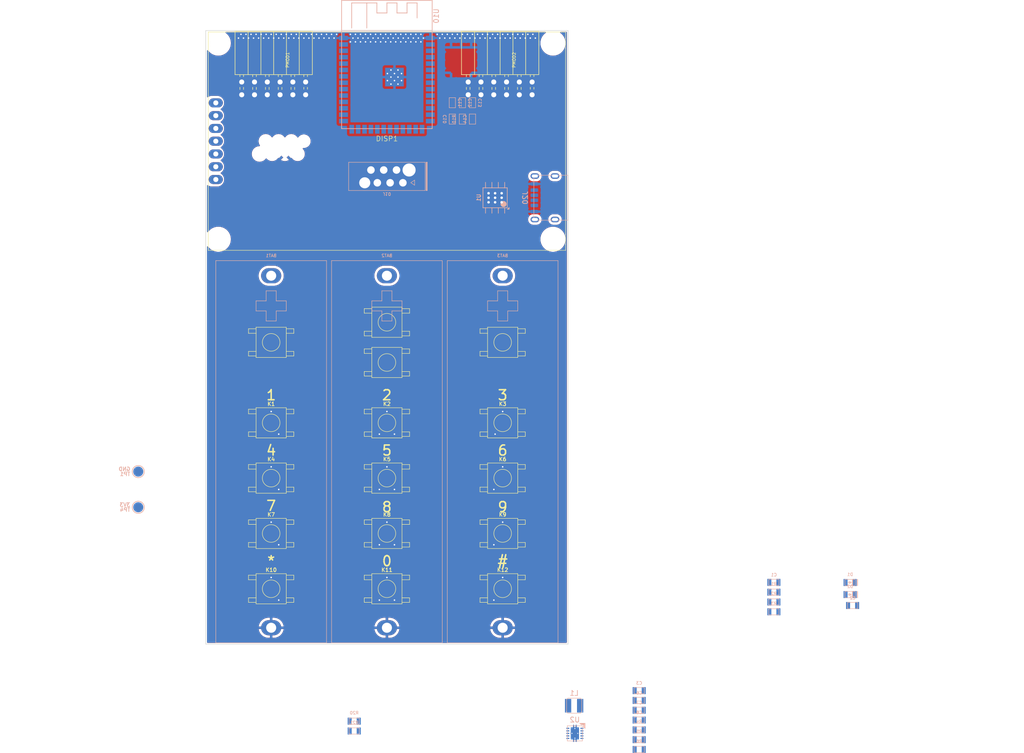
<source format=kicad_pcb>
(kicad_pcb (version 20240108) (generator "pcbnew") (generator_version "8.0")
  (title_block (title "Nostalgia") (date "250115") (rev "V01"))
  (layers (0 "F.Cu" signal) (31 "B.Cu" signal) (34 "B.Paste" user) (35 "F.Paste" user) (36 "B.SilkS" user "B.Silkscreen") (37 "F.SilkS" user "F.Silkscreen") (38 "B.Mask" user) (39 "F.Mask" user) (44 "Edge.Cuts" user))
  (net 0 "")
  (net 1 "GND")
  (net 2 "3V3")
  (net 3 "/Boot")
  (net 4 "VUSB")
  (net 11 "/Reset")
  (net 12 "/Debug-Tx")
  (net 16 "/Debug-Rx")
  (net 38 "Net-(J20-CC2)")
  (net 39 "Net-(J20-CC1)")
  (net 43 "VBAT")
  (net 44 "/Row0")
  (net 45 "/Col0")
  (net 46 "/Col1")
  (net 47 "/Col2")
  (net 48 "/Row1")
  (net 49 "/Row2")
  (net 50 "/Row3")
  (net 58 "/ButtonLeft")
  (net 59 "/ButtonUp")
  (net 60 "/ButtonDown")
  (net 61 "Net-(U1-PROG)")
  (net 62 "Net-(D1-K)")
  (net 63 "Net-(D2-K)")
  (net 64 "Net-(U1-~{STDBY})")
  (net 65 "Net-(U1-~{CHRG})")
  (net 66 "/ButtonRigth")
  (net 67 "Net-(U2-EN)")
  (net 68 "Net-(U2-L2)")
  (net 69 "Net-(U2-L1)")
  (net 70 "Net-(U2-FB)")
  (footprint "_custom:PMOD" (layer "F.Cu") (at 13.5 -110.5 -90)
    (property "Reference" "PMOD1")
    (property "Value" "Conn_02x06_Top_Bottom")
  )
  (footprint "_custom:TACT_6x6_SMD" (layer "F.Cu") (at 36 -11)
    (property "Reference" "K11")
    (property "Value" "TACT_6x6_SMD")
  )
  (footprint "_custom:Extronic-mask-20mm-bez-www" (layer "F.Cu") (at -31 -54)
    (property "Reference" "LOGO1" (hide yes))
    (property "Value" "Extronic" (hide yes))
  )
  (footprint "_custom:TACT_6x6_SMD" (layer "F.Cu") (at 59 -33)
    (property "Reference" "K6")
    (property "Value" "TACT_6x6_SMD")
  )
  (footprint "_custom:TACT_6x6_SMD" (layer "F.Cu") (at 36 -22)
    (property "Reference" "K8")
    (property "Value" "TACT_6x6_SMD")
  )
  (footprint "_custom:TACT_6x6_SMD" (layer "F.Cu") (at 36 -64 180)
    (property "Reference" "K14" (hide yes))
    (property "Value" "TACT_6x6_SMD")
  )
  (footprint "_custom:TACT_6x6_SMD" (layer "F.Cu") (at 13 -11)
    (property "Reference" "K10")
    (property "Value" "TACT_6x6_SMD")
  )
  (footprint "_custom:PMOD" (layer "F.Cu") (at 58.5 -110.5 -90)
    (property "Reference" "PMOD2")
    (property "Value" "Conn_02x06_Top_Bottom")
  )
  (footprint "_custom:TACT_6x6_SMD" (layer "F.Cu") (at 36 -33)
    (property "Reference" "K5")
    (property "Value" "TACT_6x6_SMD")
  )
  (footprint "_custom:TACT_6x6_SMD" (layer "F.Cu") (at 13 -22)
    (property "Reference" "K7")
    (property "Value" "TACT_6x6_SMD")
  )
  (footprint "_custom:TACT_6x6_SMD" (layer "F.Cu") (at 59 -60 180)
    (property "Reference" "K16" (hide yes))
    (property "Value" "TACT_6x6_SMD")
  )
  (footprint "_custom:TACT_6x6_SMD" (layer "F.Cu") (at 36 -56 180)
    (property "Reference" "K15" (hide yes))
    (property "Value" "TACT_6x6_SMD")
  )
  (footprint "_custom:TACT_6x6_SMD" (layer "F.Cu") (at 13 -33)
    (property "Reference" "K4")
    (property "Value" "TACT_6x6_SMD")
  )
  (footprint "_custom:OLED_2.42inch_board_3" (layer "F.Cu") (at 36 -100)
    (property "Reference" "DISP1")
    (property "Value" "OLED")
  )
  (footprint "_custom:TACT_6x6_SMD" (layer "F.Cu") (at 13 -44)
    (property "Reference" "K1")
    (property "Value" "TACT_6x6_SMD")
  )
  (footprint "_custom:TACT_6x6_SMD" (layer "F.Cu") (at 59 -44)
    (property "Reference" "K3")
    (property "Value" "TACT_6x6_SMD")
  )
  (footprint "_custom:TACT_6x6_SMD" (layer "F.Cu") (at 36 -44)
    (property "Reference" "K2")
    (property "Value" "TACT_6x6_SMD")
  )
  (footprint "_custom:TACT_6x6_SMD" (layer "F.Cu") (at 59 -22)
    (property "Reference" "K9")
    (property "Value" "TACT_6x6_SMD")
  )
  (footprint "_custom:TACT_6x6_SMD" (layer "F.Cu") (at 59 -11)
    (property "Reference" "K12")
    (property "Value" "TACT_6x6_SMD")
  )
  (footprint "_custom:TACT_6x6_SMD" (layer "F.Cu") (at 13 -60 180)
    (property "Reference" "K13" (hide yes))
    (property "Value" "TACT_6x6_SMD")
  )
  (footprint "_custom:Bat_BH-18650-A1AJ005" (layer "B.Cu") (at 36 -38.25 90)
    (property "Reference" "BAT2")
    (property "Value" "18650")
  )
  (footprint "_custom:Testpoint_2.00mm" (layer "B.Cu") (at -13.40912 -34.306515 180)
    (property "Reference" "TP1")
    (property "Value" "GND")
  )
  (footprint "_custom:C_0805" (layer "B.Cu") (at 86.13 11.2 180)
    (property "Reference" "C6")
    (property "Value" "10u")
  )
  (footprint "_custom:R_0805" (layer "B.Cu") (at 112.891666 -6.425 180)
    (property "Reference" "R3")
    (property "Value" "1k2")
  )
  (footprint "_custom:R_0805" (layer "B.Cu") (at 86.13 19 180)
    (property "Reference" "R5")
    (property "Value" "180k")
  )
  (footprint "_custom:C_0805" (layer "B.Cu") (at 49 -107.65 90)
    (property "Reference" "C11")
    (property "Value" "100n")
  )
  (footprint "_custom:R_0805" (layer "B.Cu") (at 112.891666 -10.325 180)
    (property "Reference" "R1")
    (property "Value" "1k")
  )
  (footprint "_custom:C_0805" (layer "B.Cu") (at 86.13 13.15 180)
    (property "Reference" "C7")
    (property "Value" "100n")
  )
  (footprint "_custom:DJNR3015" (layer "B.Cu") (at 73.2 12.25 180)
    (property "Reference" "L1")
    (property "Value" "2.2uH")
  )
  (footprint "_custom:R_0805" (layer "B.Cu") (at 51 -104.4 -90)
    (property "Reference" "R10")
    (property "Value" "10k")
  )
  (footprint "_custom:C_0805" (layer "B.Cu") (at 128.536666 -7.675 180)
    (property "Reference" "C2")
    (property "Value" "10u")
  )
  (footprint "_custom:Texas_DRC0010J_ThermalVias" (layer "B.Cu") (at 73.35 17.75 180)
    (property "Reference" "U2")
    (property "Value" "TPS63000")
  )
  (footprint "_custom:USB-C6" (layer "B.Cu") (at 72 -88.75 -90)
    (property "Reference" "J20")
    (property "Value" "USB-C6")
  )
  (footprint "_custom:LED_0805" (layer "B.Cu") (at 128.036666 -9.85 180)
    (property "Reference" "D2")
    (property "Value" "LED")
  )
  (footprint "_custom:C_0805" (layer "B.Cu") (at 53 -107.65 90)
    (property "Reference" "C13")
    (property "Value" "100n")
  )
  (footprint "_custom:ESP32-S3-WROOM-1" (layer "B.Cu") (at 36 -115.25 180)
    (property "Reference" "U10")
    (property "Value" "ESP32-S3-WROOM-1-N16R8")
  )
  (footprint "_custom:R_0805" (layer "B.Cu") (at 86.13 20.95 180)
    (property "Reference" "R6")
    (property "Value" "100R")
  )
  (footprint "_custom:R_0805" (layer "B.Cu") (at 29.5 17.275 180)
    (property "Reference" "R21")
    (property "Value" "5k1")
  )
  (footprint "_custom:R_0805" (layer "B.Cu") (at 86.13 17.05 180)
    (property "Reference" "R4")
    (property "Value" "1M")
  )
  (footprint "_custom:C_0805" (layer "B.Cu") (at 49 -104.4 -90)
    (property "Reference" "C10")
    (property "Value" "1u")
  )
  (footprint "_custom:SO8-PowerPad" (layer "B.Cu") (at 57.5 -88.75 180)
    (property "Reference" "U1")
    (property "Value" "TP4056")
  )
  (footprint "_custom:C_0805" (layer "B.Cu") (at 53 -104.4 -90)
    (property "Reference" "C14")
    (property "Value" "10u")
  )
  (footprint "_custom:R_0805" (layer "B.Cu") (at 112.891666 -8.375 180)
    (property "Reference" "R2")
    (property "Value" "1k")
  )
  (footprint "_custom:Bat_BH-18650-A1AJ005" (layer "B.Cu") (at 13 -38.25 90)
    (property "Reference" "BAT1")
    (property "Value" "18650")
  )
  (footprint "_custom:C_0805" (layer "B.Cu") (at 112.891666 -12.275 180)
    (property "Reference" "C1")
    (property "Value" "10u")
  )
  (footprint "_custom:C_0805" (layer "B.Cu") (at 86.13 9.25 180)
    (property "Reference" "C3")
    (property "Value" "10u")
  )
  (footprint "_custom:Testpoint_2.00mm" (layer "B.Cu") (at -13.40912 -27.206515 180)
    (property "Reference" "TP4")
    (property "Value" "3V3")
  )
  (footprint "_custom:LED_0805" (layer "B.Cu") (at 128.036666 -12.25 180)
    (property "Reference" "D1")
    (property "Value" "LED")
  )
  (footprint "_custom:C_0805" (layer "B.Cu") (at 86.13 15.1 180)
    (property "Reference" "C8")
    (property "Value" "10u")
  )
  (footprint "_custom:R_0805" (layer "B.Cu") (at 29.5 15.325 180)
    (property "Reference" "R20")
    (property "Value" "5k1")
  )
  (footprint "_custom:Wurth_490107670612" (layer "B.Cu") (at 36 -93)
    (property "Reference" "J10")
    (property "Value" "490107670612")
  )
  (footprint "_custom:Bat_BH-18650-A1AJ005" (layer "B.Cu") (at 59 -38.25 90)
    (property "Reference" "BAT3")
    (property "Value" "18650")
  )
  (footprint "_custom:C_0805" (layer "B.Cu") (at 51 -107.65 90)
    (property "Reference" "C12")
    (property "Value" "10u")
  )
  (gr_line (start 0 0) (end 72 0) (stroke (width 0.1)) (layer "Edge.Cuts"))
  (gr_line (start 0 0) (end 0 -122) (stroke (width 0.1)) (layer "Edge.Cuts"))
  (gr_line (start 72 0) (end 72 -122) (stroke (width 0.1)) (layer "Edge.Cuts"))
  (gr_line (start 72 -122) (end 0 -122) (stroke (width 0.1)) (layer "Edge.Cuts"))
  (via (at 51.5 -120.5) (size 0.7) (drill 0.3) (layers "F.Cu" "B.Cu") (net 1))
  (via (at 40.75 -119.75) (size 0.7) (drill 0.3) (layers "F.Cu" "B.Cu") (net 1))
  (via (at 50 -121.25) (size 0.7) (drill 0.3) (layers "F.Cu" "B.Cu") (net 1))
  (via (at 40.25 -120.5) (size 0.7) (drill 0.3) (layers "F.Cu" "B.Cu") (net 1))
  (via (at 31.75 -121.25) (size 0.7) (drill 0.3) (layers "F.Cu" "B.Cu") (net 1))
  (via (at 32.75 -121.25) (size 0.7) (drill 0.3) (layers "F.Cu" "B.Cu") (net 1))
  (via (at 46.5 -120.5) (size 0.7) (drill 0.3) (layers "F.Cu" "B.Cu") (net 1))
  (via (at 10.5 -120.5) (size 0.7) (drill 0.3) (layers "F.Cu" "B.Cu") (net 1))
  (via (at 28.75 -121.25) (size 0.7) (drill 0.3) (layers "F.Cu" "B.Cu") (net 1))
  (via (at 63 -121.25) (size 0.7) (drill 0.3) (layers "F.Cu" "B.Cu") (net 1))
  (via (at 18.5 -120.5) (size 0.7) (drill 0.3) (layers "F.Cu" "B.Cu") (net 1))
  (via (at 58.5 -120.5) (size 0.7) (drill 0.3) (layers "F.Cu" "B.Cu") (net 1))
  (via (at 9.5 -120.5) (size 0.7) (drill 0.3) (layers "F.Cu" "B.Cu") (net 1))
  (via (at 53 -121.25) (size 0.7) (drill 0.3) (layers "F.Cu" "B.Cu") (net 1))
  (via (at 59.5 -120.5) (size 0.7) (drill 0.3) (layers "F.Cu" "B.Cu") (net 1))
  (via (at 31.75 -119.75) (size 0.7) (drill 0.3) (layers "F.Cu" "B.Cu") (net 1))
  (via (at 24.5 -120.5) (size 0.7) (drill 0.3) (layers "F.Cu" "B.Cu") (net 1))
  (via (at 34.25 -120.5) (size 0.7) (drill 0.3) (layers "F.Cu" "B.Cu") (net 1))
  (via (at 30.75 -121.25) (size 0.7) (drill 0.3) (layers "F.Cu" "B.Cu") (net 1))
  (via (at 39.25 -120.5) (size 0.7) (drill 0.3) (layers "F.Cu" "B.Cu") (net 1))
  (via (at 21 -121.25) (size 0.7) (drill 0.3) (layers "F.Cu" "B.Cu") (net 1))
  (via (at 26 -121.25) (size 0.7) (drill 0.3) (layers "F.Cu" "B.Cu") (net 1))
  (via (at 61.5 -120.5) (size 0.7) (drill 0.3) (layers "F.Cu" "B.Cu") (net 1))
  (via (at 34.75 -121.25) (size 0.7) (drill 0.3) (layers "F.Cu" "B.Cu") (net 1))
  (via (at 41.75 -121.25) (size 0.7) (drill 0.3) (layers "F.Cu" "B.Cu") (net 1))
  (via (at 29.25 -120.5) (size 0.7) (drill 0.3) (layers "F.Cu" "B.Cu") (net 1))
  (via (at 46 -121.25) (size 0.7) (drill 0.3) (layers "F.Cu" "B.Cu") (net 1))
  (via (at 38.25 -120.5) (size 0.7) (drill 0.3) (layers "F.Cu" "B.Cu") (net 1))
  (via (at 30.75 -119.75) (size 0.7) (drill 0.3) (layers "F.Cu" "B.Cu") (net 1))
  (via (at 62.5 -120.5) (size 0.7) (drill 0.3) (layers "F.Cu" "B.Cu") (net 1))
  (via (at 63.5 -120.5) (size 0.7) (drill 0.3) (layers "F.Cu" "B.Cu") (net 1))
  (via (at 56.5 -120.5) (size 0.7) (drill 0.3) (layers "F.Cu" "B.Cu") (net 1))
  (via (at 37.75 -119.75) (size 0.7) (drill 0.3) (layers "F.Cu" "B.Cu") (net 1))
  (via (at 55.5 -120.5) (size 0.7) (drill 0.3) (layers "F.Cu" "B.Cu") (net 1))
  (via (at 29.75 -121.25) (size 0.7) (drill 0.3) (layers "F.Cu" "B.Cu") (net 1))
  (via (at 36.75 -119.75) (size 0.7) (drill 0.3) (layers "F.Cu" "B.Cu") (net 1))
  (via (at 13 -121.25) (size 0.7) (drill 0.3) (layers "F.Cu" "B.Cu") (net 1))
  (via (at 13.5 -120.5) (size 0.7) (drill 0.3) (layers "F.Cu" "B.Cu") (net 1))
  (via (at 37.25 -120.5) (size 0.7) (drill 0.3) (layers "F.Cu" "B.Cu") (net 1))
  (via (at 12.5 -120.5) (size 0.7) (drill 0.3) (layers "F.Cu" "B.Cu") (net 1))
  (via (at 7.5 -120.5) (size 0.7) (drill 0.3) (layers "F.Cu" "B.Cu") (net 1))
  (via (at 25.5 -120.5) (size 0.7) (drill 0.3) (layers "F.Cu" "B.Cu") (net 1))
  (via (at 34.75 -119.75) (size 0.7) (drill 0.3) (layers "F.Cu" "B.Cu") (net 1))
  (via (at 39.75 -119.75) (size 0.7) (drill 0.3) (layers "F.Cu" "B.Cu") (net 1))
  (via (at 22.5 -120.5) (size 0.7) (drill 0.3) (layers "F.Cu" "B.Cu") (net 1))
  (via (at 18 -121.25) (size 0.7) (drill 0.3) (layers "F.Cu" "B.Cu") (net 1))
  (via (at 24 -121.25) (size 0.7) (drill 0.3) (layers "F.Cu" "B.Cu") (net 1))
  (via (at 64 -121.25) (size 0.7) (drill 0.3) (layers "F.Cu" "B.Cu") (net 1))
  (via (at 11.5 -120.5) (size 0.7) (drill 0.3) (layers "F.Cu" "B.Cu") (net 1))
  (via (at 54.5 -120.5) (size 0.7) (drill 0.3) (layers "F.Cu" "B.Cu") (net 1))
  (via (at 33.75 -119.75) (size 0.7) (drill 0.3) (layers "F.Cu" "B.Cu") (net 1))
  (via (at 19.5 -120.5) (size 0.7) (drill 0.3) (layers "F.Cu" "B.Cu") (net 1))
  (via (at 64.5 -120.5) (size 0.7) (drill 0.3) (layers "F.Cu" "B.Cu") (net 1))
  (via (at 31.25 -120.5) (size 0.7) (drill 0.3) (layers "F.Cu" "B.Cu") (net 1))
  (via (at 35.25 -120.5) (size 0.7) (drill 0.3) (layers "F.Cu" "B.Cu") (net 1))
  (via (at 9 -121.25) (size 0.7) (drill 0.3) (layers "F.Cu" "B.Cu") (net 1))
  (via (at 47.5 -120.5) (size 0.7) (drill 0.3) (layers "F.Cu" "B.Cu") (net 1))
  (via (at 11 -121.25) (size 0.7) (drill 0.3) (layers "F.Cu" "B.Cu") (net 1))
  (via (at 29.75 -119.75) (size 0.7) (drill 0.3) (layers "F.Cu" "B.Cu") (net 1))
  (via (at 10 -121.25) (size 0.7) (drill 0.3) (layers "F.Cu" "B.Cu") (net 1))
  (via (at 42.25 -120.5) (size 0.7) (drill 0.3) (layers "F.Cu" "B.Cu") (net 1))
  (via (at 33.75 -121.25) (size 0.7) (drill 0.3) (layers "F.Cu" "B.Cu") (net 1))
  (via (at 36.25 -120.5) (size 0.7) (drill 0.3) (layers "F.Cu" "B.Cu") (net 1))
  (via (at 65 -121.25) (size 0.7) (drill 0.3) (layers "F.Cu" "B.Cu") (net 1))
  (via (at 41.75 -119.75) (size 0.7) (drill 0.3) (layers "F.Cu" "B.Cu") (net 1))
  (via (at 41.25 -120.5) (size 0.7) (drill 0.3) (layers "F.Cu" "B.Cu") (net 1))
  (via (at 52 -121.25) (size 0.7) (drill 0.3) (layers "F.Cu" "B.Cu") (net 1))
  (via (at 35.75 -119.75) (size 0.7) (drill 0.3) (layers "F.Cu" "B.Cu") (net 1))
  (via (at 22 -121.25) (size 0.7) (drill 0.3) (layers "F.Cu" "B.Cu") (net 1))
  (via (at 16.5 -120.5) (size 0.7) (drill 0.3) (layers "F.Cu" "B.Cu") (net 1))
  (via (at 25 -121.25) (size 0.7) (drill 0.3) (layers "F.Cu" "B.Cu") (net 1))
  (via (at 50.5 -120.5) (size 0.7) (drill 0.3) (layers "F.Cu" "B.Cu") (net 1))
  (via (at 43.25 -120.5) (size 0.7) (drill 0.3) (layers "F.Cu" "B.Cu") (net 1))
  (via (at 53.5 -120.5) (size 0.7) (drill 0.3) (layers "F.Cu" "B.Cu") (net 1))
  (via (at 37.75 -121.25) (size 0.7) (drill 0.3) (layers "F.Cu" "B.Cu") (net 1))
  (via (at 55 -121.25) (size 0.7) (drill 0.3) (layers "F.Cu" "B.Cu") (net 1))
  (via (at 49 -121.25) (size 0.7) (drill 0.3) (layers "F.Cu" "B.Cu") (net 1))
  (via (at 16 -121.25) (size 0.7) (drill 0.3) (layers "F.Cu" "B.Cu") (net 1))
  (via (at 15.5 -120.5) (size 0.7) (drill 0.3) (layers "F.Cu" "B.Cu") (net 1))
  (via (at 14.5 -120.5) (size 0.7) (drill 0.3) (layers "F.Cu" "B.Cu") (net 1))
  (via (at 54 -121.25) (size 0.7) (drill 0.3) (layers "F.Cu" "B.Cu") (net 1))
  (via (at 32.75 -119.75) (size 0.7) (drill 0.3) (layers "F.Cu" "B.Cu") (net 1))
  (via (at 20 -121.25) (size 0.7) (drill 0.3) (layers "F.Cu" "B.Cu") (net 1))
  (via (at 47 -121.25) (size 0.7) (drill 0.3) (layers "F.Cu" "B.Cu") (net 1))
  (via (at 61 -121.25) (size 0.7) (drill 0.3) (layers "F.Cu" "B.Cu") (net 1))
  (via (at 17 -121.25) (size 0.7) (drill 0.3) (layers "F.Cu" "B.Cu") (net 1))
  (via (at 58 -121.25) (size 0.7) (drill 0.3) (layers "F.Cu" "B.Cu") (net 1))
  (via (at 57.5 -120.5) (size 0.7) (drill 0.3) (layers "F.Cu" "B.Cu") (net 1))
  (via (at 19 -121.25) (size 0.7) (drill 0.3) (layers "F.Cu" "B.Cu") (net 1))
  (via (at 42.75 -121.25) (size 0.7) (drill 0.3) (layers "F.Cu" "B.Cu") (net 1))
  (via (at 60.5 -120.5) (size 0.7) (drill 0.3) (layers "F.Cu" "B.Cu") (net 1))
  (via (at 49.5 -120.5) (size 0.7) (drill 0.3) (layers "F.Cu" "B.Cu") (net 1))
  (via (at 33.25 -120.5) (size 0.7) (drill 0.3) (layers "F.Cu" "B.Cu") (net 1))
  (via (at 60 -121.25) (size 0.7) (drill 0.3) (layers "F.Cu" "B.Cu") (net 1))
  (via (at 38.75 -121.25) (size 0.7) (drill 0.3) (layers "F.Cu" "B.Cu") (net 1))
  (via (at 20.5 -120.5) (size 0.7) (drill 0.3) (layers "F.Cu" "B.Cu") (net 1))
  (via (at 14 -121.25) (size 0.7) (drill 0.3) (layers "F.Cu" "B.Cu") (net 1))
  (via (at 32.25 -120.5) (size 0.7) (drill 0.3) (layers "F.Cu" "B.Cu") (net 1))
  (via (at 52.5 -120.5) (size 0.7) (drill 0.3) (layers "F.Cu" "B.Cu") (net 1))
  (via (at 23 -121.25) (size 0.7) (drill 0.3) (layers "F.Cu" "B.Cu") (net 1))
  (via (at 57 -121.25) (size 0.7) (drill 0.3) (layers "F.Cu" "B.Cu") (net 1))
  (via (at 23.5 -120.5) (size 0.7) (drill 0.3) (layers "F.Cu" "B.Cu") (net 1))
  (via (at 62 -121.25) (size 0.7) (drill 0.3) (layers "F.Cu" "B.Cu") (net 1))
  (via (at 8.5 -120.5) (size 0.7) (drill 0.3) (layers "F.Cu" "B.Cu") (net 1))
  (via (at 40.75 -121.25) (size 0.7) (drill 0.3) (layers "F.Cu" "B.Cu") (net 1))
  (via (at 39.75 -121.25) (size 0.7) (drill 0.3) (layers "F.Cu" "B.Cu") (net 1))
  (via (at 28.75 -119.75) (size 0.7) (drill 0.3) (layers "F.Cu" "B.Cu") (net 1))
  (via (at 6.5 -120.5) (size 0.7) (drill 0.3) (layers "F.Cu" "B.Cu") (net 1))
  (via (at 17.5 -120.5) (size 0.7) (drill 0.3) (layers "F.Cu" "B.Cu") (net 1))
  (via (at 48.5 -120.5) (size 0.7) (drill 0.3) (layers "F.Cu" "B.Cu") (net 1))
  (via (at 15 -121.25) (size 0.7) (drill 0.3) (layers "F.Cu" "B.Cu") (net 1))
  (via (at 21.5 -120.5) (size 0.7) (drill 0.3) (layers "F.Cu" "B.Cu") (net 1))
  (via (at 59 -121.25) (size 0.7) (drill 0.3) (layers "F.Cu" "B.Cu") (net 1))
  (via (at 36.75 -121.25) (size 0.7) (drill 0.3) (layers "F.Cu" "B.Cu") (net 1))
  (via (at 42.75 -119.75) (size 0.7) (drill 0.3) (layers "F.Cu" "B.Cu") (net 1))
  (via (at 12 -121.25) (size 0.7) (drill 0.3) (layers "F.Cu" "B.Cu") (net 1))
  (via (at 56 -121.25) (size 0.7) (drill 0.3) (layers "F.Cu" "B.Cu") (net 1))
  (via (at 51 -121.25) (size 0.7) (drill 0.3) (layers "F.Cu" "B.Cu") (net 1))
  (via (at 48 -121.25) (size 0.7) (drill 0.3) (layers "F.Cu" "B.Cu") (net 1))
  (via (at 30.25 -120.5) (size 0.7) (drill 0.3) (layers "F.Cu" "B.Cu") (net 1))
  (via (at 35.75 -121.25) (size 0.7) (drill 0.3) (layers "F.Cu" "B.Cu") (net 1))
  (via (at 38.75 -119.75) (size 0.7) (drill 0.3) (layers "F.Cu" "B.Cu") (net 1))
  (via (at 7 -121.25) (size 0.7) (drill 0.3) (layers "F.Cu" "B.Cu") (net 1))
  (via (at 8 -121.25) (size 0.7) (drill 0.3) (layers "F.Cu" "B.Cu") (net 1))
  (via (at 65.5 -120.5) (size 0.7) (drill 0.3) (layers "F.Cu" "B.Cu") (net 1))
  (segment (start 17 -41.75) (end 9 -41.75) (width 0.2) (layer "F.Cu") (net 44))
  (segment (start 61.5 -41.75) (end 55 -41.75) (width 0.2) (layer "F.Cu") (net 44))
  (segment (start 38.25 -41.75) (end 32 -41.75) (width 0.2) (layer "F.Cu") (net 44))
  (segment (start 40 -41.75) (end 38.25 -41.75) (width 0.2) (layer "F.Cu") (net 44))
  (segment (start 63 -41.75) (end 61.5 -41.75) (width 0.2) (layer "F.Cu") (net 44))
  (via (at 57.5 -41.75) (size 0.7) (drill 0.3) (layers "F.Cu" "B.Cu") (net 44))
  (via (at 14.5 -41.75) (size 0.7) (drill 0.3) (layers "F.Cu" "B.Cu") (net 44))
  (via (at 34.5 -41.75) (size 0.7) (drill 0.3) (layers "F.Cu" "B.Cu") (net 44))
  (via (at 37.5 -41.75) (size 0.7) (drill 0.3) (layers "F.Cu" "B.Cu") (net 44))
  (segment (start 34.5 -41.75) (end 14.5 -41.75) (width 0.2) (layer "B.Cu") (net 44))
  (segment (start 57.5 -41.75) (end 37.5 -41.75) (width 0.2) (layer "B.Cu") (net 44))
  (segment (start 17 -13.25) (end 10.75 -13.25) (width 0.2) (layer "F.Cu") (net 45))
  (segment (start 10.75 -35.25) (end 9 -35.25) (width 0.2) (layer "F.Cu") (net 45))
  (segment (start 9 -46.25) (end 17 -46.25) (width 0.2) (layer "F.Cu") (net 45))
  (segment (start 10.75 -24.25) (end 9 -24.25) (width 0.2) (layer "F.Cu") (net 45))
  (segment (start 17 -24.25) (end 10.75 -24.25) (width 0.2) (layer "F.Cu") (net 45))
  (segment (start 10.75 -13.25) (end 9 -13.25) (width 0.2) (layer "F.Cu") (net 45))
  (segment (start 17 -35.25) (end 10.75 -35.25) (width 0.2) (layer "F.Cu") (net 45))
  (via (at 13 -35.25) (size 0.7) (drill 0.3) (layers "F.Cu" "B.Cu") (net 45))
  (via (at 13 -24.25) (size 0.7) (drill 0.3) (layers "F.Cu" "B.Cu") (net 45))
  (via (at 13 -13.25) (size 0.7) (drill 0.3) (layers "F.Cu" "B.Cu") (net 45))
  (via (at 13 -46.25) (size 0.7) (drill 0.3) (layers "F.Cu" "B.Cu") (net 45))
  (segment (start 13 -13.25) (end 13 -46.25) (width 0.2) (layer "B.Cu") (net 45))
  (segment (start 40 -35.25) (end 33.75 -35.25) (width 0.2) (layer "F.Cu") (net 46))
  (segment (start 33.75 -46.25) (end 40 -46.25) (width 0.2) (layer "F.Cu") (net 46))
  (segment (start 33.75 -35.25) (end 32 -35.25) (width 0.2) (layer "F.Cu") (net 46))
  (segment (start 40 -24.25) (end 33.75 -24.25) (width 0.2) (layer "F.Cu") (net 46))
  (segment (start 33.75 -24.25) (end 32 -24.25) (width 0.2) (layer "F.Cu") (net 46))
  (segment (start 32 -13.25) (end 33.75 -13.25) (width 0.2) (layer "F.Cu") (net 46))
  (segment (start 32 -46.25) (end 33.75 -46.25) (width 0.2) (layer "F.Cu") (net 46))
  (segment (start 33.75 -13.25) (end 40 -13.25) (width 0.2) (layer "F.Cu") (net 46))
  (via (at 36 -13.25) (size 0.7) (drill 0.3) (layers "F.Cu" "B.Cu") (net 46))
  (via (at 36 -35.25) (size 0.7) (drill 0.3) (layers "F.Cu" "B.Cu") (net 46))
  (via (at 36 -46.25) (size 0.7) (drill 0.3) (layers "F.Cu" "B.Cu") (net 46))
  (via (at 36 -24.25) (size 0.7) (drill 0.3) (layers "F.Cu" "B.Cu") (net 46))
  (segment (start 36 -46.25) (end 36 -13.25) (width 0.2) (layer "B.Cu") (net 46))
  (segment (start 55 -46.25) (end 56.75 -46.25) (width 0.2) (layer "F.Cu") (net 47))
  (segment (start 56.75 -24.25) (end 55 -24.25) (width 0.2) (layer "F.Cu") (net 47))
  (segment (start 56.75 -46.25) (end 63 -46.25) (width 0.2) (layer "F.Cu") (net 47))
  (segment (start 56.75 -35.25) (end 55 -35.25) (width 0.2) (layer "F.Cu") (net 47))
  (segment (start 56.75 -13.25) (end 63 -13.25) (width 0.2) (layer "F.Cu") (net 47))
  (segment (start 63 -24.25) (end 56.75 -24.25) (width 0.2) (layer "F.Cu") (net 47))
  (segment (start 63 -35.25) (end 56.75 -35.25) (width 0.2) (layer "F.Cu") (net 47))
  (segment (start 55 -13.25) (end 56.75 -13.25) (width 0.2) (layer "F.Cu") (net 47))
  (via (at 59 -35.25) (size 0.7) (drill 0.3) (layers "F.Cu" "B.Cu") (net 47))
  (via (at 59 -24.25) (size 0.7) (drill 0.3) (layers "F.Cu" "B.Cu") (net 47))
  (via (at 59 -46.25) (size 0.7) (drill 0.3) (layers "F.Cu" "B.Cu") (net 47))
  (via (at 59 -13.25) (size 0.7) (drill 0.3) (layers "F.Cu" "B.Cu") (net 47))
  (segment (start 59 -13.25) (end 59 -46.25) (width 0.2) (layer "B.Cu") (net 47))
  (segment (start 38.25 -30.75) (end 40 -30.75) (width 0.2) (layer "F.Cu") (net 48))
  (segment (start 15.25 -30.75) (end 17 -30.75) (width 0.2) (layer "F.Cu") (net 48))
  (segment (start 55 -30.75) (end 61.25 -30.75) (width 0.2) (layer "F.Cu") (net 48))
  (segment (start 32 -30.75) (end 38.25 -30.75) (width 0.2) (layer "F.Cu") (net 48))
  (segment (start 61.25 -30.75) (end 63 -30.75) (width 0.2) (layer "F.Cu") (net 48))
  (segment (start 9 -30.75) (end 15.25 -30.75) (width 0.2) (layer "F.Cu") (net 48))
  (via (at 37.5 -30.75) (size 0.7) (drill 0.3) (layers "F.Cu" "B.Cu") (net 48))
  (via (at 57.25 -30.75) (size 0.7) (drill 0.3) (layers "F.Cu" "B.Cu") (net 48))
  (via (at 14.5 -30.75) (size 0.7) (drill 0.3) (layers "F.Cu" "B.Cu") (net 48))
  (via (at 34.5 -30.75) (size 0.7) (drill 0.3) (layers "F.Cu" "B.Cu") (net 48))
  (segment (start 14.5 -30.75) (end 34.5 -30.75) (width 0.2) (layer "B.Cu") (net 48))
  (segment (start 37.5 -30.75) (end 57.25 -30.75) (width 0.2) (layer "B.Cu") (net 48))
  (segment (start 32 -19.75) (end 38.25 -19.75) (width 0.2) (layer "F.Cu") (net 49))
  (segment (start 15.25 -19.75) (end 17 -19.75) (width 0.2) (layer "F.Cu") (net 49))
  (segment (start 9 -19.75) (end 15.25 -19.75) (width 0.2) (layer "F.Cu") (net 49))
  (segment (start 38.25 -19.75) (end 40 -19.75) (width 0.2) (layer "F.Cu") (net 49))
  (segment (start 55 -19.75) (end 61.25 -19.75) (width 0.2) (layer "F.Cu") (net 49))
  (segment (start 61.25 -19.75) (end 63 -19.75) (width 0.2) (layer "F.Cu") (net 49))
  (via (at 37.5 -19.75) (size 0.7) (drill 0.3) (layers "F.Cu" "B.Cu") (net 49))
  (via (at 34.5 -19.75) (size 0.7) (drill 0.3) (layers "F.Cu" "B.Cu") (net 49))
  (via (at 14.5 -19.75) (size 0.7) (drill 0.3) (layers "F.Cu" "B.Cu") (net 49))
  (via (at 57.25 -19.75) (size 0.7) (drill 0.3) (layers "F.Cu" "B.Cu") (net 49))
  (segment (start 57.25 -19.75) (end 37.5 -19.75) (width 0.2) (layer "B.Cu") (net 49))
  (segment (start 34.5 -19.75) (end 14.5 -19.75) (width 0.2) (layer "B.Cu") (net 49))
  (segment (start 38.25 -8.75) (end 32 -8.75) (width 0.2) (layer "F.Cu") (net 50))
  (segment (start 15.25 -8.75) (end 17 -8.75) (width 0.2) (layer "F.Cu") (net 50))
  (segment (start 9 -8.75) (end 15.25 -8.75) (width 0.2) (layer "F.Cu") (net 50))
  (segment (start 40 -8.75) (end 38.25 -8.75) (width 0.2) (layer "F.Cu") (net 50))
  (segment (start 61.25 -8.75) (end 55 -8.75) (width 0.2) (layer "F.Cu") (net 50))
  (segment (start 63 -8.75) (end 61.25 -8.75) (width 0.2) (layer "F.Cu") (net 50))
  (via (at 14.5 -8.75) (size 0.7) (drill 0.3) (layers "F.Cu" "B.Cu") (net 50))
  (via (at 34.5 -8.75) (size 0.7) (drill 0.3) (layers "F.Cu" "B.Cu") (net 50))
  (via (at 37.5 -8.75) (size 0.7) (drill 0.3) (layers "F.Cu" "B.Cu") (net 50))
  (via (at 57.25 -8.75) (size 0.7) (drill 0.3) (layers "F.Cu" "B.Cu") (net 50))
  (segment (start 37.5 -8.75) (end 57.25 -8.75) (width 0.2) (layer "B.Cu") (net 50))
  (segment (start 14.5 -8.75) (end 34.5 -8.75) (width 0.2) (layer "B.Cu") (net 50))
  (zone (net 1) (net_name "GND") (layers "F&B.Cu") (connect_pads (clearance 0.5)) (min_thickness 0.25) (fill yes (thermal_gap 0.5) (thermal_bridge_width 0.5))
    (polygon (pts (xy 71.75 -121.75) (xy 71.75 -0.25) (xy 0.25 -0.25) (xy 0.25 -121.75)))
  )
)
</source>
